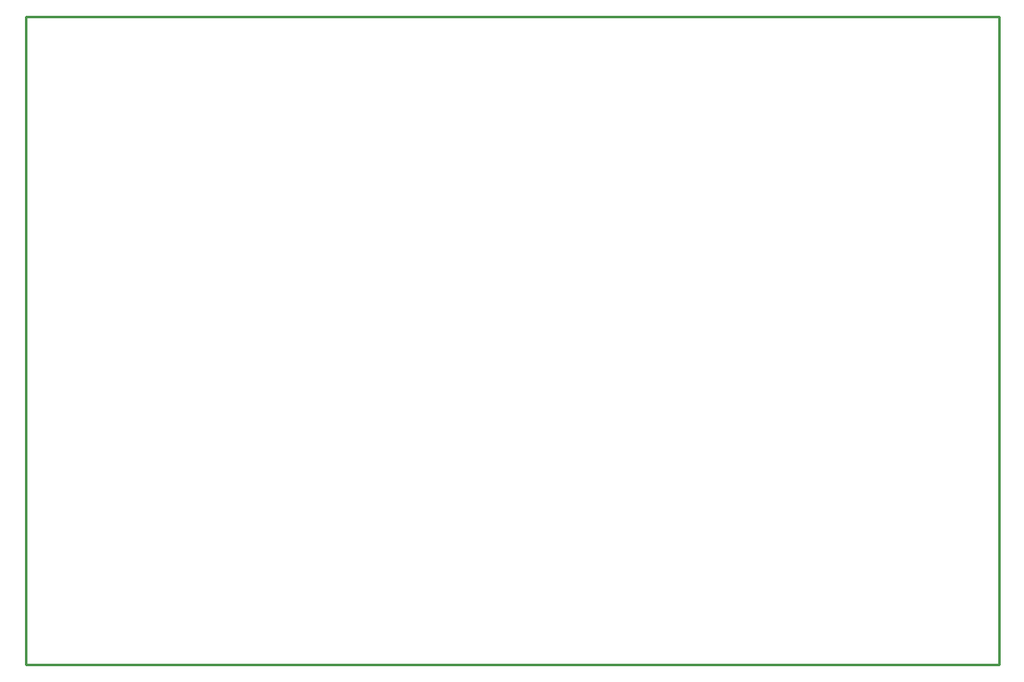
<source format=gm1>
G04*
G04 #@! TF.GenerationSoftware,Altium Limited,Altium Designer,21.6.4 (81)*
G04*
G04 Layer_Color=16711935*
%FSLAX25Y25*%
%MOIN*%
G70*
G04*
G04 #@! TF.SameCoordinates,2BAE2438-CD35-4855-809F-F1E5AD1C84AA*
G04*
G04*
G04 #@! TF.FilePolarity,Positive*
G04*
G01*
G75*
%ADD10C,0.01000*%
D10*
X0Y259842D02*
X390000D01*
X0Y0D02*
X390000D01*
Y259842D01*
X0Y0D02*
Y259842D01*
M02*

</source>
